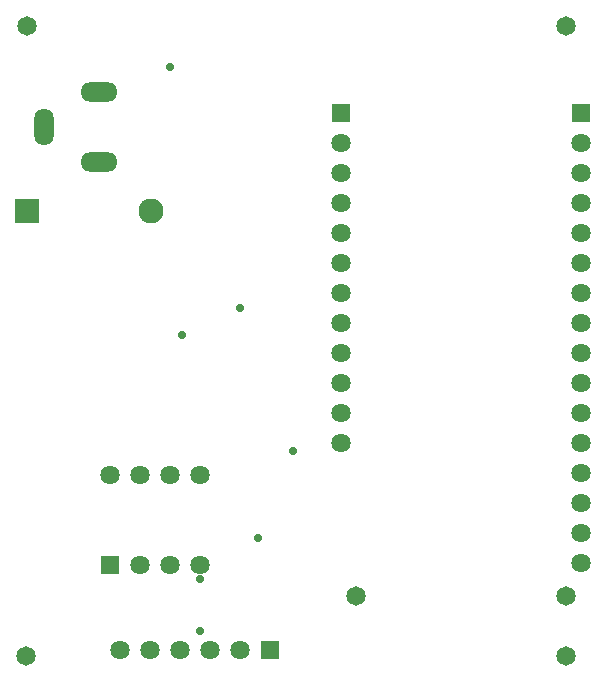
<source format=gbs>
G04*
G04 #@! TF.GenerationSoftware,Altium Limited,Altium Designer,18.1.9 (240)*
G04*
G04 Layer_Color=16711935*
%FSLAX25Y25*%
%MOIN*%
G70*
G01*
G75*
%ADD31C,0.06500*%
%ADD32O,0.06437X0.12374*%
%ADD33O,0.12374X0.06437*%
%ADD34C,0.08374*%
%ADD35R,0.08374X0.08374*%
%ADD36C,0.06406*%
%ADD37R,0.06406X0.06406*%
%ADD38R,0.06406X0.06406*%
%ADD39C,0.02902*%
D31*
X10000Y10000D02*
D03*
X190000Y220000D02*
D03*
X120000Y30000D02*
D03*
X190000D02*
D03*
Y10000D02*
D03*
X10500Y220000D02*
D03*
D32*
X15996Y186343D02*
D03*
D33*
X34500Y198153D02*
D03*
Y174531D02*
D03*
D34*
X51591Y158500D02*
D03*
D35*
X10409D02*
D03*
D36*
X68060Y70500D02*
D03*
X58060D02*
D03*
X48060D02*
D03*
X38060D02*
D03*
X68060Y40500D02*
D03*
X58060D02*
D03*
X48060D02*
D03*
X115000Y81000D02*
D03*
Y91000D02*
D03*
Y101000D02*
D03*
Y111000D02*
D03*
Y121000D02*
D03*
Y131000D02*
D03*
Y141000D02*
D03*
Y151000D02*
D03*
Y161000D02*
D03*
Y171000D02*
D03*
Y181000D02*
D03*
X195000Y41000D02*
D03*
Y51000D02*
D03*
Y61000D02*
D03*
Y71000D02*
D03*
Y81000D02*
D03*
Y91000D02*
D03*
Y101000D02*
D03*
Y111000D02*
D03*
Y121000D02*
D03*
Y131000D02*
D03*
Y141000D02*
D03*
Y151000D02*
D03*
Y161000D02*
D03*
Y171000D02*
D03*
Y181000D02*
D03*
X41500Y12000D02*
D03*
X51500D02*
D03*
X61500D02*
D03*
X71500D02*
D03*
X81500D02*
D03*
D37*
X38060Y40500D02*
D03*
X115000Y191000D02*
D03*
X195000D02*
D03*
D38*
X91500Y12000D02*
D03*
D39*
X68060Y35554D02*
D03*
X87374Y49500D02*
D03*
X68000Y18500D02*
D03*
X99000Y78240D02*
D03*
X58000Y206500D02*
D03*
X81500Y126000D02*
D03*
X62012Y116996D02*
D03*
M02*

</source>
